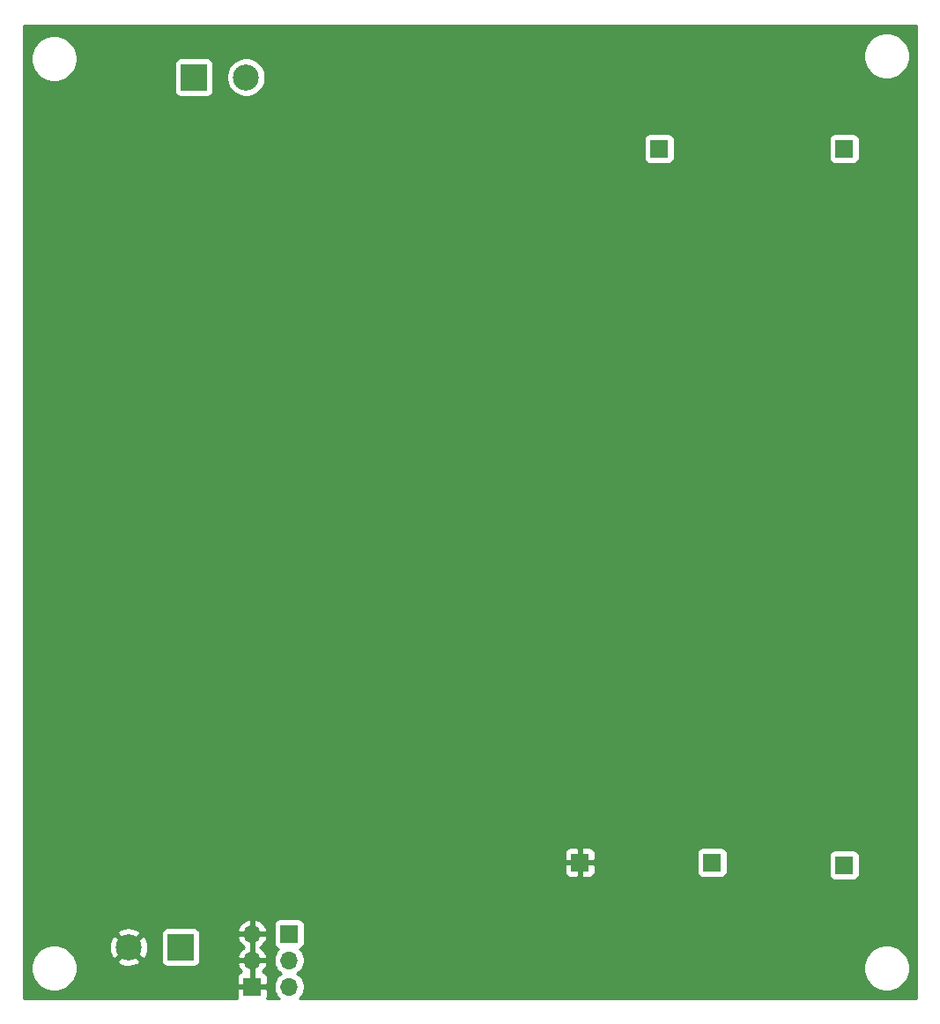
<source format=gbr>
G04 #@! TF.GenerationSoftware,KiCad,Pcbnew,(5.1.5)-3*
G04 #@! TF.CreationDate,2020-06-18T12:09:29-04:00*
G04 #@! TF.ProjectId,psu_board,7073755f-626f-4617-9264-2e6b69636164,rev?*
G04 #@! TF.SameCoordinates,Original*
G04 #@! TF.FileFunction,Copper,L2,Bot*
G04 #@! TF.FilePolarity,Positive*
%FSLAX46Y46*%
G04 Gerber Fmt 4.6, Leading zero omitted, Abs format (unit mm)*
G04 Created by KiCad (PCBNEW (5.1.5)-3) date 2020-06-18 12:09:29*
%MOMM*%
%LPD*%
G04 APERTURE LIST*
%ADD10C,2.500000*%
%ADD11R,2.500000X2.500000*%
%ADD12O,1.700000X1.700000*%
%ADD13R,1.700000X1.700000*%
%ADD14C,0.254000*%
G04 APERTURE END LIST*
D10*
X173816000Y-152146000D03*
D11*
X178816000Y-152146000D03*
D12*
X189230000Y-155956000D03*
X189230000Y-153416000D03*
D13*
X189230000Y-150876000D03*
X229870000Y-144018000D03*
D10*
X185086000Y-68580000D03*
D11*
X180086000Y-68580000D03*
D13*
X242570000Y-75438000D03*
X224790000Y-75438000D03*
X217170000Y-144018000D03*
X242570000Y-144272000D03*
D12*
X185674000Y-150876000D03*
X185674000Y-153416000D03*
D13*
X185674000Y-155956000D03*
D14*
G36*
X249530000Y-67088418D02*
G01*
X249530001Y-67088428D01*
X249530000Y-157074000D01*
X190212107Y-157074000D01*
X190383475Y-156902632D01*
X190545990Y-156659411D01*
X190657932Y-156389158D01*
X190715000Y-156102260D01*
X190715000Y-155809740D01*
X190657932Y-155522842D01*
X190545990Y-155252589D01*
X190383475Y-155009368D01*
X190176632Y-154802525D01*
X190002240Y-154686000D01*
X190176632Y-154569475D01*
X190383475Y-154362632D01*
X190545990Y-154119411D01*
X190612901Y-153957872D01*
X244399000Y-153957872D01*
X244399000Y-154398128D01*
X244484890Y-154829925D01*
X244653369Y-155236669D01*
X244897962Y-155602729D01*
X245209271Y-155914038D01*
X245575331Y-156158631D01*
X245982075Y-156327110D01*
X246413872Y-156413000D01*
X246854128Y-156413000D01*
X247285925Y-156327110D01*
X247692669Y-156158631D01*
X248058729Y-155914038D01*
X248370038Y-155602729D01*
X248614631Y-155236669D01*
X248783110Y-154829925D01*
X248869000Y-154398128D01*
X248869000Y-153957872D01*
X248783110Y-153526075D01*
X248614631Y-153119331D01*
X248370038Y-152753271D01*
X248058729Y-152441962D01*
X247692669Y-152197369D01*
X247285925Y-152028890D01*
X246854128Y-151943000D01*
X246413872Y-151943000D01*
X245982075Y-152028890D01*
X245575331Y-152197369D01*
X245209271Y-152441962D01*
X244897962Y-152753271D01*
X244653369Y-153119331D01*
X244484890Y-153526075D01*
X244399000Y-153957872D01*
X190612901Y-153957872D01*
X190657932Y-153849158D01*
X190715000Y-153562260D01*
X190715000Y-153269740D01*
X190657932Y-152982842D01*
X190545990Y-152712589D01*
X190383475Y-152469368D01*
X190251620Y-152337513D01*
X190324180Y-152315502D01*
X190434494Y-152256537D01*
X190531185Y-152177185D01*
X190610537Y-152080494D01*
X190669502Y-151970180D01*
X190705812Y-151850482D01*
X190718072Y-151726000D01*
X190718072Y-150026000D01*
X190705812Y-149901518D01*
X190669502Y-149781820D01*
X190610537Y-149671506D01*
X190531185Y-149574815D01*
X190434494Y-149495463D01*
X190324180Y-149436498D01*
X190204482Y-149400188D01*
X190080000Y-149387928D01*
X188380000Y-149387928D01*
X188255518Y-149400188D01*
X188135820Y-149436498D01*
X188025506Y-149495463D01*
X187928815Y-149574815D01*
X187849463Y-149671506D01*
X187790498Y-149781820D01*
X187754188Y-149901518D01*
X187741928Y-150026000D01*
X187741928Y-151726000D01*
X187754188Y-151850482D01*
X187790498Y-151970180D01*
X187849463Y-152080494D01*
X187928815Y-152177185D01*
X188025506Y-152256537D01*
X188135820Y-152315502D01*
X188208380Y-152337513D01*
X188076525Y-152469368D01*
X187914010Y-152712589D01*
X187802068Y-152982842D01*
X187745000Y-153269740D01*
X187745000Y-153562260D01*
X187802068Y-153849158D01*
X187914010Y-154119411D01*
X188076525Y-154362632D01*
X188283368Y-154569475D01*
X188457760Y-154686000D01*
X188283368Y-154802525D01*
X188076525Y-155009368D01*
X187914010Y-155252589D01*
X187802068Y-155522842D01*
X187745000Y-155809740D01*
X187745000Y-156102260D01*
X187802068Y-156389158D01*
X187914010Y-156659411D01*
X188076525Y-156902632D01*
X188247893Y-157074000D01*
X187100770Y-157074000D01*
X187113502Y-157050180D01*
X187149812Y-156930482D01*
X187162072Y-156806000D01*
X187159000Y-156241750D01*
X187000250Y-156083000D01*
X185801000Y-156083000D01*
X185801000Y-156103000D01*
X185547000Y-156103000D01*
X185547000Y-156083000D01*
X184347750Y-156083000D01*
X184189000Y-156241750D01*
X184185928Y-156806000D01*
X184198188Y-156930482D01*
X184234498Y-157050180D01*
X184247230Y-157074000D01*
X163728000Y-157074000D01*
X163728000Y-153957872D01*
X164389000Y-153957872D01*
X164389000Y-154398128D01*
X164474890Y-154829925D01*
X164643369Y-155236669D01*
X164887962Y-155602729D01*
X165199271Y-155914038D01*
X165565331Y-156158631D01*
X165972075Y-156327110D01*
X166403872Y-156413000D01*
X166844128Y-156413000D01*
X167275925Y-156327110D01*
X167682669Y-156158631D01*
X168048729Y-155914038D01*
X168360038Y-155602729D01*
X168604631Y-155236669D01*
X168658755Y-155106000D01*
X184185928Y-155106000D01*
X184189000Y-155670250D01*
X184347750Y-155829000D01*
X185547000Y-155829000D01*
X185547000Y-153543000D01*
X185801000Y-153543000D01*
X185801000Y-155829000D01*
X187000250Y-155829000D01*
X187159000Y-155670250D01*
X187162072Y-155106000D01*
X187149812Y-154981518D01*
X187113502Y-154861820D01*
X187054537Y-154751506D01*
X186975185Y-154654815D01*
X186878494Y-154575463D01*
X186768180Y-154516498D01*
X186687534Y-154492034D01*
X186771588Y-154416269D01*
X186945641Y-154182920D01*
X187070825Y-153920099D01*
X187115476Y-153772890D01*
X186994155Y-153543000D01*
X185801000Y-153543000D01*
X185547000Y-153543000D01*
X184353845Y-153543000D01*
X184232524Y-153772890D01*
X184277175Y-153920099D01*
X184402359Y-154182920D01*
X184576412Y-154416269D01*
X184660466Y-154492034D01*
X184579820Y-154516498D01*
X184469506Y-154575463D01*
X184372815Y-154654815D01*
X184293463Y-154751506D01*
X184234498Y-154861820D01*
X184198188Y-154981518D01*
X184185928Y-155106000D01*
X168658755Y-155106000D01*
X168773110Y-154829925D01*
X168859000Y-154398128D01*
X168859000Y-153957872D01*
X168773110Y-153526075D01*
X168745578Y-153459605D01*
X172682000Y-153459605D01*
X172807914Y-153749577D01*
X173140126Y-153915433D01*
X173498312Y-154013290D01*
X173868706Y-154039389D01*
X174237075Y-153992725D01*
X174589262Y-153875094D01*
X174824086Y-153749577D01*
X174950000Y-153459605D01*
X173816000Y-152325605D01*
X172682000Y-153459605D01*
X168745578Y-153459605D01*
X168604631Y-153119331D01*
X168360038Y-152753271D01*
X168048729Y-152441962D01*
X167684670Y-152198706D01*
X171922611Y-152198706D01*
X171969275Y-152567075D01*
X172086906Y-152919262D01*
X172212423Y-153154086D01*
X172502395Y-153280000D01*
X173636395Y-152146000D01*
X173995605Y-152146000D01*
X175129605Y-153280000D01*
X175419577Y-153154086D01*
X175585433Y-152821874D01*
X175683290Y-152463688D01*
X175709389Y-152093294D01*
X175662725Y-151724925D01*
X175545094Y-151372738D01*
X175419577Y-151137914D01*
X175129605Y-151012000D01*
X173995605Y-152146000D01*
X173636395Y-152146000D01*
X172502395Y-151012000D01*
X172212423Y-151137914D01*
X172046567Y-151470126D01*
X171948710Y-151828312D01*
X171922611Y-152198706D01*
X167684670Y-152198706D01*
X167682669Y-152197369D01*
X167275925Y-152028890D01*
X166844128Y-151943000D01*
X166403872Y-151943000D01*
X165972075Y-152028890D01*
X165565331Y-152197369D01*
X165199271Y-152441962D01*
X164887962Y-152753271D01*
X164643369Y-153119331D01*
X164474890Y-153526075D01*
X164389000Y-153957872D01*
X163728000Y-153957872D01*
X163728000Y-150832395D01*
X172682000Y-150832395D01*
X173816000Y-151966395D01*
X174886395Y-150896000D01*
X176927928Y-150896000D01*
X176927928Y-153396000D01*
X176940188Y-153520482D01*
X176976498Y-153640180D01*
X177035463Y-153750494D01*
X177114815Y-153847185D01*
X177211506Y-153926537D01*
X177321820Y-153985502D01*
X177441518Y-154021812D01*
X177566000Y-154034072D01*
X180066000Y-154034072D01*
X180190482Y-154021812D01*
X180310180Y-153985502D01*
X180420494Y-153926537D01*
X180517185Y-153847185D01*
X180596537Y-153750494D01*
X180655502Y-153640180D01*
X180691812Y-153520482D01*
X180704072Y-153396000D01*
X180704072Y-151232890D01*
X184232524Y-151232890D01*
X184277175Y-151380099D01*
X184402359Y-151642920D01*
X184576412Y-151876269D01*
X184792645Y-152071178D01*
X184918255Y-152146000D01*
X184792645Y-152220822D01*
X184576412Y-152415731D01*
X184402359Y-152649080D01*
X184277175Y-152911901D01*
X184232524Y-153059110D01*
X184353845Y-153289000D01*
X185547000Y-153289000D01*
X185547000Y-151003000D01*
X185801000Y-151003000D01*
X185801000Y-153289000D01*
X186994155Y-153289000D01*
X187115476Y-153059110D01*
X187070825Y-152911901D01*
X186945641Y-152649080D01*
X186771588Y-152415731D01*
X186555355Y-152220822D01*
X186429745Y-152146000D01*
X186555355Y-152071178D01*
X186771588Y-151876269D01*
X186945641Y-151642920D01*
X187070825Y-151380099D01*
X187115476Y-151232890D01*
X186994155Y-151003000D01*
X185801000Y-151003000D01*
X185547000Y-151003000D01*
X184353845Y-151003000D01*
X184232524Y-151232890D01*
X180704072Y-151232890D01*
X180704072Y-150896000D01*
X180691812Y-150771518D01*
X180655502Y-150651820D01*
X180596537Y-150541506D01*
X180578158Y-150519110D01*
X184232524Y-150519110D01*
X184353845Y-150749000D01*
X185547000Y-150749000D01*
X185547000Y-149555186D01*
X185801000Y-149555186D01*
X185801000Y-150749000D01*
X186994155Y-150749000D01*
X187115476Y-150519110D01*
X187070825Y-150371901D01*
X186945641Y-150109080D01*
X186771588Y-149875731D01*
X186555355Y-149680822D01*
X186305252Y-149531843D01*
X186030891Y-149434519D01*
X185801000Y-149555186D01*
X185547000Y-149555186D01*
X185317109Y-149434519D01*
X185042748Y-149531843D01*
X184792645Y-149680822D01*
X184576412Y-149875731D01*
X184402359Y-150109080D01*
X184277175Y-150371901D01*
X184232524Y-150519110D01*
X180578158Y-150519110D01*
X180517185Y-150444815D01*
X180420494Y-150365463D01*
X180310180Y-150306498D01*
X180190482Y-150270188D01*
X180066000Y-150257928D01*
X177566000Y-150257928D01*
X177441518Y-150270188D01*
X177321820Y-150306498D01*
X177211506Y-150365463D01*
X177114815Y-150444815D01*
X177035463Y-150541506D01*
X176976498Y-150651820D01*
X176940188Y-150771518D01*
X176927928Y-150896000D01*
X174886395Y-150896000D01*
X174950000Y-150832395D01*
X174824086Y-150542423D01*
X174491874Y-150376567D01*
X174133688Y-150278710D01*
X173763294Y-150252611D01*
X173394925Y-150299275D01*
X173042738Y-150416906D01*
X172807914Y-150542423D01*
X172682000Y-150832395D01*
X163728000Y-150832395D01*
X163728000Y-144868000D01*
X215681928Y-144868000D01*
X215694188Y-144992482D01*
X215730498Y-145112180D01*
X215789463Y-145222494D01*
X215868815Y-145319185D01*
X215965506Y-145398537D01*
X216075820Y-145457502D01*
X216195518Y-145493812D01*
X216320000Y-145506072D01*
X216884250Y-145503000D01*
X217043000Y-145344250D01*
X217043000Y-144145000D01*
X217297000Y-144145000D01*
X217297000Y-145344250D01*
X217455750Y-145503000D01*
X218020000Y-145506072D01*
X218144482Y-145493812D01*
X218264180Y-145457502D01*
X218374494Y-145398537D01*
X218471185Y-145319185D01*
X218550537Y-145222494D01*
X218609502Y-145112180D01*
X218645812Y-144992482D01*
X218658072Y-144868000D01*
X218655000Y-144303750D01*
X218496250Y-144145000D01*
X217297000Y-144145000D01*
X217043000Y-144145000D01*
X215843750Y-144145000D01*
X215685000Y-144303750D01*
X215681928Y-144868000D01*
X163728000Y-144868000D01*
X163728000Y-143168000D01*
X215681928Y-143168000D01*
X215685000Y-143732250D01*
X215843750Y-143891000D01*
X217043000Y-143891000D01*
X217043000Y-142691750D01*
X217297000Y-142691750D01*
X217297000Y-143891000D01*
X218496250Y-143891000D01*
X218655000Y-143732250D01*
X218658072Y-143168000D01*
X228381928Y-143168000D01*
X228381928Y-144868000D01*
X228394188Y-144992482D01*
X228430498Y-145112180D01*
X228489463Y-145222494D01*
X228568815Y-145319185D01*
X228665506Y-145398537D01*
X228775820Y-145457502D01*
X228895518Y-145493812D01*
X229020000Y-145506072D01*
X230720000Y-145506072D01*
X230844482Y-145493812D01*
X230964180Y-145457502D01*
X231074494Y-145398537D01*
X231171185Y-145319185D01*
X231250537Y-145222494D01*
X231309502Y-145112180D01*
X231345812Y-144992482D01*
X231358072Y-144868000D01*
X231358072Y-143422000D01*
X241081928Y-143422000D01*
X241081928Y-145122000D01*
X241094188Y-145246482D01*
X241130498Y-145366180D01*
X241189463Y-145476494D01*
X241268815Y-145573185D01*
X241365506Y-145652537D01*
X241475820Y-145711502D01*
X241595518Y-145747812D01*
X241720000Y-145760072D01*
X243420000Y-145760072D01*
X243544482Y-145747812D01*
X243664180Y-145711502D01*
X243774494Y-145652537D01*
X243871185Y-145573185D01*
X243950537Y-145476494D01*
X244009502Y-145366180D01*
X244045812Y-145246482D01*
X244058072Y-145122000D01*
X244058072Y-143422000D01*
X244045812Y-143297518D01*
X244009502Y-143177820D01*
X243950537Y-143067506D01*
X243871185Y-142970815D01*
X243774494Y-142891463D01*
X243664180Y-142832498D01*
X243544482Y-142796188D01*
X243420000Y-142783928D01*
X241720000Y-142783928D01*
X241595518Y-142796188D01*
X241475820Y-142832498D01*
X241365506Y-142891463D01*
X241268815Y-142970815D01*
X241189463Y-143067506D01*
X241130498Y-143177820D01*
X241094188Y-143297518D01*
X241081928Y-143422000D01*
X231358072Y-143422000D01*
X231358072Y-143168000D01*
X231345812Y-143043518D01*
X231309502Y-142923820D01*
X231250537Y-142813506D01*
X231171185Y-142716815D01*
X231074494Y-142637463D01*
X230964180Y-142578498D01*
X230844482Y-142542188D01*
X230720000Y-142529928D01*
X229020000Y-142529928D01*
X228895518Y-142542188D01*
X228775820Y-142578498D01*
X228665506Y-142637463D01*
X228568815Y-142716815D01*
X228489463Y-142813506D01*
X228430498Y-142923820D01*
X228394188Y-143043518D01*
X228381928Y-143168000D01*
X218658072Y-143168000D01*
X218645812Y-143043518D01*
X218609502Y-142923820D01*
X218550537Y-142813506D01*
X218471185Y-142716815D01*
X218374494Y-142637463D01*
X218264180Y-142578498D01*
X218144482Y-142542188D01*
X218020000Y-142529928D01*
X217455750Y-142533000D01*
X217297000Y-142691750D01*
X217043000Y-142691750D01*
X216884250Y-142533000D01*
X216320000Y-142529928D01*
X216195518Y-142542188D01*
X216075820Y-142578498D01*
X215965506Y-142637463D01*
X215868815Y-142716815D01*
X215789463Y-142813506D01*
X215730498Y-142923820D01*
X215694188Y-143043518D01*
X215681928Y-143168000D01*
X163728000Y-143168000D01*
X163728000Y-74588000D01*
X223301928Y-74588000D01*
X223301928Y-76288000D01*
X223314188Y-76412482D01*
X223350498Y-76532180D01*
X223409463Y-76642494D01*
X223488815Y-76739185D01*
X223585506Y-76818537D01*
X223695820Y-76877502D01*
X223815518Y-76913812D01*
X223940000Y-76926072D01*
X225640000Y-76926072D01*
X225764482Y-76913812D01*
X225884180Y-76877502D01*
X225994494Y-76818537D01*
X226091185Y-76739185D01*
X226170537Y-76642494D01*
X226229502Y-76532180D01*
X226265812Y-76412482D01*
X226278072Y-76288000D01*
X226278072Y-74588000D01*
X241081928Y-74588000D01*
X241081928Y-76288000D01*
X241094188Y-76412482D01*
X241130498Y-76532180D01*
X241189463Y-76642494D01*
X241268815Y-76739185D01*
X241365506Y-76818537D01*
X241475820Y-76877502D01*
X241595518Y-76913812D01*
X241720000Y-76926072D01*
X243420000Y-76926072D01*
X243544482Y-76913812D01*
X243664180Y-76877502D01*
X243774494Y-76818537D01*
X243871185Y-76739185D01*
X243950537Y-76642494D01*
X244009502Y-76532180D01*
X244045812Y-76412482D01*
X244058072Y-76288000D01*
X244058072Y-74588000D01*
X244045812Y-74463518D01*
X244009502Y-74343820D01*
X243950537Y-74233506D01*
X243871185Y-74136815D01*
X243774494Y-74057463D01*
X243664180Y-73998498D01*
X243544482Y-73962188D01*
X243420000Y-73949928D01*
X241720000Y-73949928D01*
X241595518Y-73962188D01*
X241475820Y-73998498D01*
X241365506Y-74057463D01*
X241268815Y-74136815D01*
X241189463Y-74233506D01*
X241130498Y-74343820D01*
X241094188Y-74463518D01*
X241081928Y-74588000D01*
X226278072Y-74588000D01*
X226265812Y-74463518D01*
X226229502Y-74343820D01*
X226170537Y-74233506D01*
X226091185Y-74136815D01*
X225994494Y-74057463D01*
X225884180Y-73998498D01*
X225764482Y-73962188D01*
X225640000Y-73949928D01*
X223940000Y-73949928D01*
X223815518Y-73962188D01*
X223695820Y-73998498D01*
X223585506Y-74057463D01*
X223488815Y-74136815D01*
X223409463Y-74233506D01*
X223350498Y-74343820D01*
X223314188Y-74463518D01*
X223301928Y-74588000D01*
X163728000Y-74588000D01*
X163728000Y-66581872D01*
X164389000Y-66581872D01*
X164389000Y-67022128D01*
X164474890Y-67453925D01*
X164643369Y-67860669D01*
X164887962Y-68226729D01*
X165199271Y-68538038D01*
X165565331Y-68782631D01*
X165972075Y-68951110D01*
X166403872Y-69037000D01*
X166844128Y-69037000D01*
X167275925Y-68951110D01*
X167682669Y-68782631D01*
X168048729Y-68538038D01*
X168360038Y-68226729D01*
X168604631Y-67860669D01*
X168773110Y-67453925D01*
X168797760Y-67330000D01*
X178197928Y-67330000D01*
X178197928Y-69830000D01*
X178210188Y-69954482D01*
X178246498Y-70074180D01*
X178305463Y-70184494D01*
X178384815Y-70281185D01*
X178481506Y-70360537D01*
X178591820Y-70419502D01*
X178711518Y-70455812D01*
X178836000Y-70468072D01*
X181336000Y-70468072D01*
X181460482Y-70455812D01*
X181580180Y-70419502D01*
X181690494Y-70360537D01*
X181787185Y-70281185D01*
X181866537Y-70184494D01*
X181925502Y-70074180D01*
X181961812Y-69954482D01*
X181974072Y-69830000D01*
X181974072Y-68394344D01*
X183201000Y-68394344D01*
X183201000Y-68765656D01*
X183273439Y-69129834D01*
X183415534Y-69472882D01*
X183621825Y-69781618D01*
X183884382Y-70044175D01*
X184193118Y-70250466D01*
X184536166Y-70392561D01*
X184900344Y-70465000D01*
X185271656Y-70465000D01*
X185635834Y-70392561D01*
X185978882Y-70250466D01*
X186287618Y-70044175D01*
X186550175Y-69781618D01*
X186756466Y-69472882D01*
X186898561Y-69129834D01*
X186971000Y-68765656D01*
X186971000Y-68394344D01*
X186898561Y-68030166D01*
X186756466Y-67687118D01*
X186550175Y-67378382D01*
X186287618Y-67115825D01*
X185978882Y-66909534D01*
X185635834Y-66767439D01*
X185271656Y-66695000D01*
X184900344Y-66695000D01*
X184536166Y-66767439D01*
X184193118Y-66909534D01*
X183884382Y-67115825D01*
X183621825Y-67378382D01*
X183415534Y-67687118D01*
X183273439Y-68030166D01*
X183201000Y-68394344D01*
X181974072Y-68394344D01*
X181974072Y-67330000D01*
X181961812Y-67205518D01*
X181925502Y-67085820D01*
X181866537Y-66975506D01*
X181787185Y-66878815D01*
X181690494Y-66799463D01*
X181580180Y-66740498D01*
X181460482Y-66704188D01*
X181336000Y-66691928D01*
X178836000Y-66691928D01*
X178711518Y-66704188D01*
X178591820Y-66740498D01*
X178481506Y-66799463D01*
X178384815Y-66878815D01*
X178305463Y-66975506D01*
X178246498Y-67085820D01*
X178210188Y-67205518D01*
X178197928Y-67330000D01*
X168797760Y-67330000D01*
X168859000Y-67022128D01*
X168859000Y-66581872D01*
X168808477Y-66327872D01*
X244399000Y-66327872D01*
X244399000Y-66768128D01*
X244484890Y-67199925D01*
X244653369Y-67606669D01*
X244897962Y-67972729D01*
X245209271Y-68284038D01*
X245575331Y-68528631D01*
X245982075Y-68697110D01*
X246413872Y-68783000D01*
X246854128Y-68783000D01*
X247285925Y-68697110D01*
X247692669Y-68528631D01*
X248058729Y-68284038D01*
X248370038Y-67972729D01*
X248614631Y-67606669D01*
X248783110Y-67199925D01*
X248869000Y-66768128D01*
X248869000Y-66327872D01*
X248783110Y-65896075D01*
X248614631Y-65489331D01*
X248370038Y-65123271D01*
X248058729Y-64811962D01*
X247692669Y-64567369D01*
X247285925Y-64398890D01*
X246854128Y-64313000D01*
X246413872Y-64313000D01*
X245982075Y-64398890D01*
X245575331Y-64567369D01*
X245209271Y-64811962D01*
X244897962Y-65123271D01*
X244653369Y-65489331D01*
X244484890Y-65896075D01*
X244399000Y-66327872D01*
X168808477Y-66327872D01*
X168773110Y-66150075D01*
X168604631Y-65743331D01*
X168360038Y-65377271D01*
X168048729Y-65065962D01*
X167682669Y-64821369D01*
X167275925Y-64652890D01*
X166844128Y-64567000D01*
X166403872Y-64567000D01*
X165972075Y-64652890D01*
X165565331Y-64821369D01*
X165199271Y-65065962D01*
X164887962Y-65377271D01*
X164643369Y-65743331D01*
X164474890Y-66150075D01*
X164389000Y-66581872D01*
X163728000Y-66581872D01*
X163728000Y-63652000D01*
X249530001Y-63652000D01*
X249530000Y-67088418D01*
G37*
X249530000Y-67088418D02*
X249530001Y-67088428D01*
X249530000Y-157074000D01*
X190212107Y-157074000D01*
X190383475Y-156902632D01*
X190545990Y-156659411D01*
X190657932Y-156389158D01*
X190715000Y-156102260D01*
X190715000Y-155809740D01*
X190657932Y-155522842D01*
X190545990Y-155252589D01*
X190383475Y-155009368D01*
X190176632Y-154802525D01*
X190002240Y-154686000D01*
X190176632Y-154569475D01*
X190383475Y-154362632D01*
X190545990Y-154119411D01*
X190612901Y-153957872D01*
X244399000Y-153957872D01*
X244399000Y-154398128D01*
X244484890Y-154829925D01*
X244653369Y-155236669D01*
X244897962Y-155602729D01*
X245209271Y-155914038D01*
X245575331Y-156158631D01*
X245982075Y-156327110D01*
X246413872Y-156413000D01*
X246854128Y-156413000D01*
X247285925Y-156327110D01*
X247692669Y-156158631D01*
X248058729Y-155914038D01*
X248370038Y-155602729D01*
X248614631Y-155236669D01*
X248783110Y-154829925D01*
X248869000Y-154398128D01*
X248869000Y-153957872D01*
X248783110Y-153526075D01*
X248614631Y-153119331D01*
X248370038Y-152753271D01*
X248058729Y-152441962D01*
X247692669Y-152197369D01*
X247285925Y-152028890D01*
X246854128Y-151943000D01*
X246413872Y-151943000D01*
X245982075Y-152028890D01*
X245575331Y-152197369D01*
X245209271Y-152441962D01*
X244897962Y-152753271D01*
X244653369Y-153119331D01*
X244484890Y-153526075D01*
X244399000Y-153957872D01*
X190612901Y-153957872D01*
X190657932Y-153849158D01*
X190715000Y-153562260D01*
X190715000Y-153269740D01*
X190657932Y-152982842D01*
X190545990Y-152712589D01*
X190383475Y-152469368D01*
X190251620Y-152337513D01*
X190324180Y-152315502D01*
X190434494Y-152256537D01*
X190531185Y-152177185D01*
X190610537Y-152080494D01*
X190669502Y-151970180D01*
X190705812Y-151850482D01*
X190718072Y-151726000D01*
X190718072Y-150026000D01*
X190705812Y-149901518D01*
X190669502Y-149781820D01*
X190610537Y-149671506D01*
X190531185Y-149574815D01*
X190434494Y-149495463D01*
X190324180Y-149436498D01*
X190204482Y-149400188D01*
X190080000Y-149387928D01*
X188380000Y-149387928D01*
X188255518Y-149400188D01*
X188135820Y-149436498D01*
X188025506Y-149495463D01*
X187928815Y-149574815D01*
X187849463Y-149671506D01*
X187790498Y-149781820D01*
X187754188Y-149901518D01*
X187741928Y-150026000D01*
X187741928Y-151726000D01*
X187754188Y-151850482D01*
X187790498Y-151970180D01*
X187849463Y-152080494D01*
X187928815Y-152177185D01*
X188025506Y-152256537D01*
X188135820Y-152315502D01*
X188208380Y-152337513D01*
X188076525Y-152469368D01*
X187914010Y-152712589D01*
X187802068Y-152982842D01*
X187745000Y-153269740D01*
X187745000Y-153562260D01*
X187802068Y-153849158D01*
X187914010Y-154119411D01*
X188076525Y-154362632D01*
X188283368Y-154569475D01*
X188457760Y-154686000D01*
X188283368Y-154802525D01*
X188076525Y-155009368D01*
X187914010Y-155252589D01*
X187802068Y-155522842D01*
X187745000Y-155809740D01*
X187745000Y-156102260D01*
X187802068Y-156389158D01*
X187914010Y-156659411D01*
X188076525Y-156902632D01*
X188247893Y-157074000D01*
X187100770Y-157074000D01*
X187113502Y-157050180D01*
X187149812Y-156930482D01*
X187162072Y-156806000D01*
X187159000Y-156241750D01*
X187000250Y-156083000D01*
X185801000Y-156083000D01*
X185801000Y-156103000D01*
X185547000Y-156103000D01*
X185547000Y-156083000D01*
X184347750Y-156083000D01*
X184189000Y-156241750D01*
X184185928Y-156806000D01*
X184198188Y-156930482D01*
X184234498Y-157050180D01*
X184247230Y-157074000D01*
X163728000Y-157074000D01*
X163728000Y-153957872D01*
X164389000Y-153957872D01*
X164389000Y-154398128D01*
X164474890Y-154829925D01*
X164643369Y-155236669D01*
X164887962Y-155602729D01*
X165199271Y-155914038D01*
X165565331Y-156158631D01*
X165972075Y-156327110D01*
X166403872Y-156413000D01*
X166844128Y-156413000D01*
X167275925Y-156327110D01*
X167682669Y-156158631D01*
X168048729Y-155914038D01*
X168360038Y-155602729D01*
X168604631Y-155236669D01*
X168658755Y-155106000D01*
X184185928Y-155106000D01*
X184189000Y-155670250D01*
X184347750Y-155829000D01*
X185547000Y-155829000D01*
X185547000Y-153543000D01*
X185801000Y-153543000D01*
X185801000Y-155829000D01*
X187000250Y-155829000D01*
X187159000Y-155670250D01*
X187162072Y-155106000D01*
X187149812Y-154981518D01*
X187113502Y-154861820D01*
X187054537Y-154751506D01*
X186975185Y-154654815D01*
X186878494Y-154575463D01*
X186768180Y-154516498D01*
X186687534Y-154492034D01*
X186771588Y-154416269D01*
X186945641Y-154182920D01*
X187070825Y-153920099D01*
X187115476Y-153772890D01*
X186994155Y-153543000D01*
X185801000Y-153543000D01*
X185547000Y-153543000D01*
X184353845Y-153543000D01*
X184232524Y-153772890D01*
X184277175Y-153920099D01*
X184402359Y-154182920D01*
X184576412Y-154416269D01*
X184660466Y-154492034D01*
X184579820Y-154516498D01*
X184469506Y-154575463D01*
X184372815Y-154654815D01*
X184293463Y-154751506D01*
X184234498Y-154861820D01*
X184198188Y-154981518D01*
X184185928Y-155106000D01*
X168658755Y-155106000D01*
X168773110Y-154829925D01*
X168859000Y-154398128D01*
X168859000Y-153957872D01*
X168773110Y-153526075D01*
X168745578Y-153459605D01*
X172682000Y-153459605D01*
X172807914Y-153749577D01*
X173140126Y-153915433D01*
X173498312Y-154013290D01*
X173868706Y-154039389D01*
X174237075Y-153992725D01*
X174589262Y-153875094D01*
X174824086Y-153749577D01*
X174950000Y-153459605D01*
X173816000Y-152325605D01*
X172682000Y-153459605D01*
X168745578Y-153459605D01*
X168604631Y-153119331D01*
X168360038Y-152753271D01*
X168048729Y-152441962D01*
X167684670Y-152198706D01*
X171922611Y-152198706D01*
X171969275Y-152567075D01*
X172086906Y-152919262D01*
X172212423Y-153154086D01*
X172502395Y-153280000D01*
X173636395Y-152146000D01*
X173995605Y-152146000D01*
X175129605Y-153280000D01*
X175419577Y-153154086D01*
X175585433Y-152821874D01*
X175683290Y-152463688D01*
X175709389Y-152093294D01*
X175662725Y-151724925D01*
X175545094Y-151372738D01*
X175419577Y-151137914D01*
X175129605Y-151012000D01*
X173995605Y-152146000D01*
X173636395Y-152146000D01*
X172502395Y-151012000D01*
X172212423Y-151137914D01*
X172046567Y-151470126D01*
X171948710Y-151828312D01*
X171922611Y-152198706D01*
X167684670Y-152198706D01*
X167682669Y-152197369D01*
X167275925Y-152028890D01*
X166844128Y-151943000D01*
X166403872Y-151943000D01*
X165972075Y-152028890D01*
X165565331Y-152197369D01*
X165199271Y-152441962D01*
X164887962Y-152753271D01*
X164643369Y-153119331D01*
X164474890Y-153526075D01*
X164389000Y-153957872D01*
X163728000Y-153957872D01*
X163728000Y-150832395D01*
X172682000Y-150832395D01*
X173816000Y-151966395D01*
X174886395Y-150896000D01*
X176927928Y-150896000D01*
X176927928Y-153396000D01*
X176940188Y-153520482D01*
X176976498Y-153640180D01*
X177035463Y-153750494D01*
X177114815Y-153847185D01*
X177211506Y-153926537D01*
X177321820Y-153985502D01*
X177441518Y-154021812D01*
X177566000Y-154034072D01*
X180066000Y-154034072D01*
X180190482Y-154021812D01*
X180310180Y-153985502D01*
X180420494Y-153926537D01*
X180517185Y-153847185D01*
X180596537Y-153750494D01*
X180655502Y-153640180D01*
X180691812Y-153520482D01*
X180704072Y-153396000D01*
X180704072Y-151232890D01*
X184232524Y-151232890D01*
X184277175Y-151380099D01*
X184402359Y-151642920D01*
X184576412Y-151876269D01*
X184792645Y-152071178D01*
X184918255Y-152146000D01*
X184792645Y-152220822D01*
X184576412Y-152415731D01*
X184402359Y-152649080D01*
X184277175Y-152911901D01*
X184232524Y-153059110D01*
X184353845Y-153289000D01*
X185547000Y-153289000D01*
X185547000Y-151003000D01*
X185801000Y-151003000D01*
X185801000Y-153289000D01*
X186994155Y-153289000D01*
X187115476Y-153059110D01*
X187070825Y-152911901D01*
X186945641Y-152649080D01*
X186771588Y-152415731D01*
X186555355Y-152220822D01*
X186429745Y-152146000D01*
X186555355Y-152071178D01*
X186771588Y-151876269D01*
X186945641Y-151642920D01*
X187070825Y-151380099D01*
X187115476Y-151232890D01*
X186994155Y-151003000D01*
X185801000Y-151003000D01*
X185547000Y-151003000D01*
X184353845Y-151003000D01*
X184232524Y-151232890D01*
X180704072Y-151232890D01*
X180704072Y-150896000D01*
X180691812Y-150771518D01*
X180655502Y-150651820D01*
X180596537Y-150541506D01*
X180578158Y-150519110D01*
X184232524Y-150519110D01*
X184353845Y-150749000D01*
X185547000Y-150749000D01*
X185547000Y-149555186D01*
X185801000Y-149555186D01*
X185801000Y-150749000D01*
X186994155Y-150749000D01*
X187115476Y-150519110D01*
X187070825Y-150371901D01*
X186945641Y-150109080D01*
X186771588Y-149875731D01*
X186555355Y-149680822D01*
X186305252Y-149531843D01*
X186030891Y-149434519D01*
X185801000Y-149555186D01*
X185547000Y-149555186D01*
X185317109Y-149434519D01*
X185042748Y-149531843D01*
X184792645Y-149680822D01*
X184576412Y-149875731D01*
X184402359Y-150109080D01*
X184277175Y-150371901D01*
X184232524Y-150519110D01*
X180578158Y-150519110D01*
X180517185Y-150444815D01*
X180420494Y-150365463D01*
X180310180Y-150306498D01*
X180190482Y-150270188D01*
X180066000Y-150257928D01*
X177566000Y-150257928D01*
X177441518Y-150270188D01*
X177321820Y-150306498D01*
X177211506Y-150365463D01*
X177114815Y-150444815D01*
X177035463Y-150541506D01*
X176976498Y-150651820D01*
X176940188Y-150771518D01*
X176927928Y-150896000D01*
X174886395Y-150896000D01*
X174950000Y-150832395D01*
X174824086Y-150542423D01*
X174491874Y-150376567D01*
X174133688Y-150278710D01*
X173763294Y-150252611D01*
X173394925Y-150299275D01*
X173042738Y-150416906D01*
X172807914Y-150542423D01*
X172682000Y-150832395D01*
X163728000Y-150832395D01*
X163728000Y-144868000D01*
X215681928Y-144868000D01*
X215694188Y-144992482D01*
X215730498Y-145112180D01*
X215789463Y-145222494D01*
X215868815Y-145319185D01*
X215965506Y-145398537D01*
X216075820Y-145457502D01*
X216195518Y-145493812D01*
X216320000Y-145506072D01*
X216884250Y-145503000D01*
X217043000Y-145344250D01*
X217043000Y-144145000D01*
X217297000Y-144145000D01*
X217297000Y-145344250D01*
X217455750Y-145503000D01*
X218020000Y-145506072D01*
X218144482Y-145493812D01*
X218264180Y-145457502D01*
X218374494Y-145398537D01*
X218471185Y-145319185D01*
X218550537Y-145222494D01*
X218609502Y-145112180D01*
X218645812Y-144992482D01*
X218658072Y-144868000D01*
X218655000Y-144303750D01*
X218496250Y-144145000D01*
X217297000Y-144145000D01*
X217043000Y-144145000D01*
X215843750Y-144145000D01*
X215685000Y-144303750D01*
X215681928Y-144868000D01*
X163728000Y-144868000D01*
X163728000Y-143168000D01*
X215681928Y-143168000D01*
X215685000Y-143732250D01*
X215843750Y-143891000D01*
X217043000Y-143891000D01*
X217043000Y-142691750D01*
X217297000Y-142691750D01*
X217297000Y-143891000D01*
X218496250Y-143891000D01*
X218655000Y-143732250D01*
X218658072Y-143168000D01*
X228381928Y-143168000D01*
X228381928Y-144868000D01*
X228394188Y-144992482D01*
X228430498Y-145112180D01*
X228489463Y-145222494D01*
X228568815Y-145319185D01*
X228665506Y-145398537D01*
X228775820Y-145457502D01*
X228895518Y-145493812D01*
X229020000Y-145506072D01*
X230720000Y-145506072D01*
X230844482Y-145493812D01*
X230964180Y-145457502D01*
X231074494Y-145398537D01*
X231171185Y-145319185D01*
X231250537Y-145222494D01*
X231309502Y-145112180D01*
X231345812Y-144992482D01*
X231358072Y-144868000D01*
X231358072Y-143422000D01*
X241081928Y-143422000D01*
X241081928Y-145122000D01*
X241094188Y-145246482D01*
X241130498Y-145366180D01*
X241189463Y-145476494D01*
X241268815Y-145573185D01*
X241365506Y-145652537D01*
X241475820Y-145711502D01*
X241595518Y-145747812D01*
X241720000Y-145760072D01*
X243420000Y-145760072D01*
X243544482Y-145747812D01*
X243664180Y-145711502D01*
X243774494Y-145652537D01*
X243871185Y-145573185D01*
X243950537Y-145476494D01*
X244009502Y-145366180D01*
X244045812Y-145246482D01*
X244058072Y-145122000D01*
X244058072Y-143422000D01*
X244045812Y-143297518D01*
X244009502Y-143177820D01*
X243950537Y-143067506D01*
X243871185Y-142970815D01*
X243774494Y-142891463D01*
X243664180Y-142832498D01*
X243544482Y-142796188D01*
X243420000Y-142783928D01*
X241720000Y-142783928D01*
X241595518Y-142796188D01*
X241475820Y-142832498D01*
X241365506Y-142891463D01*
X241268815Y-142970815D01*
X241189463Y-143067506D01*
X241130498Y-143177820D01*
X241094188Y-143297518D01*
X241081928Y-143422000D01*
X231358072Y-143422000D01*
X231358072Y-143168000D01*
X231345812Y-143043518D01*
X231309502Y-142923820D01*
X231250537Y-142813506D01*
X231171185Y-142716815D01*
X231074494Y-142637463D01*
X230964180Y-142578498D01*
X230844482Y-142542188D01*
X230720000Y-142529928D01*
X229020000Y-142529928D01*
X228895518Y-142542188D01*
X228775820Y-142578498D01*
X228665506Y-142637463D01*
X228568815Y-142716815D01*
X228489463Y-142813506D01*
X228430498Y-142923820D01*
X228394188Y-143043518D01*
X228381928Y-143168000D01*
X218658072Y-143168000D01*
X218645812Y-143043518D01*
X218609502Y-142923820D01*
X218550537Y-142813506D01*
X218471185Y-142716815D01*
X218374494Y-142637463D01*
X218264180Y-142578498D01*
X218144482Y-142542188D01*
X218020000Y-142529928D01*
X217455750Y-142533000D01*
X217297000Y-142691750D01*
X217043000Y-142691750D01*
X216884250Y-142533000D01*
X216320000Y-142529928D01*
X216195518Y-142542188D01*
X216075820Y-142578498D01*
X215965506Y-142637463D01*
X215868815Y-142716815D01*
X215789463Y-142813506D01*
X215730498Y-142923820D01*
X215694188Y-143043518D01*
X215681928Y-143168000D01*
X163728000Y-143168000D01*
X163728000Y-74588000D01*
X223301928Y-74588000D01*
X223301928Y-76288000D01*
X223314188Y-76412482D01*
X223350498Y-76532180D01*
X223409463Y-76642494D01*
X223488815Y-76739185D01*
X223585506Y-76818537D01*
X223695820Y-76877502D01*
X223815518Y-76913812D01*
X223940000Y-76926072D01*
X225640000Y-76926072D01*
X225764482Y-76913812D01*
X225884180Y-76877502D01*
X225994494Y-76818537D01*
X226091185Y-76739185D01*
X226170537Y-76642494D01*
X226229502Y-76532180D01*
X226265812Y-76412482D01*
X226278072Y-76288000D01*
X226278072Y-74588000D01*
X241081928Y-74588000D01*
X241081928Y-76288000D01*
X241094188Y-76412482D01*
X241130498Y-76532180D01*
X241189463Y-76642494D01*
X241268815Y-76739185D01*
X241365506Y-76818537D01*
X241475820Y-76877502D01*
X241595518Y-76913812D01*
X241720000Y-76926072D01*
X243420000Y-76926072D01*
X243544482Y-76913812D01*
X243664180Y-76877502D01*
X243774494Y-76818537D01*
X243871185Y-76739185D01*
X243950537Y-76642494D01*
X244009502Y-76532180D01*
X244045812Y-76412482D01*
X244058072Y-76288000D01*
X244058072Y-74588000D01*
X244045812Y-74463518D01*
X244009502Y-74343820D01*
X243950537Y-74233506D01*
X243871185Y-74136815D01*
X243774494Y-74057463D01*
X243664180Y-73998498D01*
X243544482Y-73962188D01*
X243420000Y-73949928D01*
X241720000Y-73949928D01*
X241595518Y-73962188D01*
X241475820Y-73998498D01*
X241365506Y-74057463D01*
X241268815Y-74136815D01*
X241189463Y-74233506D01*
X241130498Y-74343820D01*
X241094188Y-74463518D01*
X241081928Y-74588000D01*
X226278072Y-74588000D01*
X226265812Y-74463518D01*
X226229502Y-74343820D01*
X226170537Y-74233506D01*
X226091185Y-74136815D01*
X225994494Y-74057463D01*
X225884180Y-73998498D01*
X225764482Y-73962188D01*
X225640000Y-73949928D01*
X223940000Y-73949928D01*
X223815518Y-73962188D01*
X223695820Y-73998498D01*
X223585506Y-74057463D01*
X223488815Y-74136815D01*
X223409463Y-74233506D01*
X223350498Y-74343820D01*
X223314188Y-74463518D01*
X223301928Y-74588000D01*
X163728000Y-74588000D01*
X163728000Y-66581872D01*
X164389000Y-66581872D01*
X164389000Y-67022128D01*
X164474890Y-67453925D01*
X164643369Y-67860669D01*
X164887962Y-68226729D01*
X165199271Y-68538038D01*
X165565331Y-68782631D01*
X165972075Y-68951110D01*
X166403872Y-69037000D01*
X166844128Y-69037000D01*
X167275925Y-68951110D01*
X167682669Y-68782631D01*
X168048729Y-68538038D01*
X168360038Y-68226729D01*
X168604631Y-67860669D01*
X168773110Y-67453925D01*
X168797760Y-67330000D01*
X178197928Y-67330000D01*
X178197928Y-69830000D01*
X178210188Y-69954482D01*
X178246498Y-70074180D01*
X178305463Y-70184494D01*
X178384815Y-70281185D01*
X178481506Y-70360537D01*
X178591820Y-70419502D01*
X178711518Y-70455812D01*
X178836000Y-70468072D01*
X181336000Y-70468072D01*
X181460482Y-70455812D01*
X181580180Y-70419502D01*
X181690494Y-70360537D01*
X181787185Y-70281185D01*
X181866537Y-70184494D01*
X181925502Y-70074180D01*
X181961812Y-69954482D01*
X181974072Y-69830000D01*
X181974072Y-68394344D01*
X183201000Y-68394344D01*
X183201000Y-68765656D01*
X183273439Y-69129834D01*
X183415534Y-69472882D01*
X183621825Y-69781618D01*
X183884382Y-70044175D01*
X184193118Y-70250466D01*
X184536166Y-70392561D01*
X184900344Y-70465000D01*
X185271656Y-70465000D01*
X185635834Y-70392561D01*
X185978882Y-70250466D01*
X186287618Y-70044175D01*
X186550175Y-69781618D01*
X186756466Y-69472882D01*
X186898561Y-69129834D01*
X186971000Y-68765656D01*
X186971000Y-68394344D01*
X186898561Y-68030166D01*
X186756466Y-67687118D01*
X186550175Y-67378382D01*
X186287618Y-67115825D01*
X185978882Y-66909534D01*
X185635834Y-66767439D01*
X185271656Y-66695000D01*
X184900344Y-66695000D01*
X184536166Y-66767439D01*
X184193118Y-66909534D01*
X183884382Y-67115825D01*
X183621825Y-67378382D01*
X183415534Y-67687118D01*
X183273439Y-68030166D01*
X183201000Y-68394344D01*
X181974072Y-68394344D01*
X181974072Y-67330000D01*
X181961812Y-67205518D01*
X181925502Y-67085820D01*
X181866537Y-66975506D01*
X181787185Y-66878815D01*
X181690494Y-66799463D01*
X181580180Y-66740498D01*
X181460482Y-66704188D01*
X181336000Y-66691928D01*
X178836000Y-66691928D01*
X178711518Y-66704188D01*
X178591820Y-66740498D01*
X178481506Y-66799463D01*
X178384815Y-66878815D01*
X178305463Y-66975506D01*
X178246498Y-67085820D01*
X178210188Y-67205518D01*
X178197928Y-67330000D01*
X168797760Y-67330000D01*
X168859000Y-67022128D01*
X168859000Y-66581872D01*
X168808477Y-66327872D01*
X244399000Y-66327872D01*
X244399000Y-66768128D01*
X244484890Y-67199925D01*
X244653369Y-67606669D01*
X244897962Y-67972729D01*
X245209271Y-68284038D01*
X245575331Y-68528631D01*
X245982075Y-68697110D01*
X246413872Y-68783000D01*
X246854128Y-68783000D01*
X247285925Y-68697110D01*
X247692669Y-68528631D01*
X248058729Y-68284038D01*
X248370038Y-67972729D01*
X248614631Y-67606669D01*
X248783110Y-67199925D01*
X248869000Y-66768128D01*
X248869000Y-66327872D01*
X248783110Y-65896075D01*
X248614631Y-65489331D01*
X248370038Y-65123271D01*
X248058729Y-64811962D01*
X247692669Y-64567369D01*
X247285925Y-64398890D01*
X246854128Y-64313000D01*
X246413872Y-64313000D01*
X245982075Y-64398890D01*
X245575331Y-64567369D01*
X245209271Y-64811962D01*
X244897962Y-65123271D01*
X244653369Y-65489331D01*
X244484890Y-65896075D01*
X244399000Y-66327872D01*
X168808477Y-66327872D01*
X168773110Y-66150075D01*
X168604631Y-65743331D01*
X168360038Y-65377271D01*
X168048729Y-65065962D01*
X167682669Y-64821369D01*
X167275925Y-64652890D01*
X166844128Y-64567000D01*
X166403872Y-64567000D01*
X165972075Y-64652890D01*
X165565331Y-64821369D01*
X165199271Y-65065962D01*
X164887962Y-65377271D01*
X164643369Y-65743331D01*
X164474890Y-66150075D01*
X164389000Y-66581872D01*
X163728000Y-66581872D01*
X163728000Y-63652000D01*
X249530001Y-63652000D01*
X249530000Y-67088418D01*
M02*

</source>
